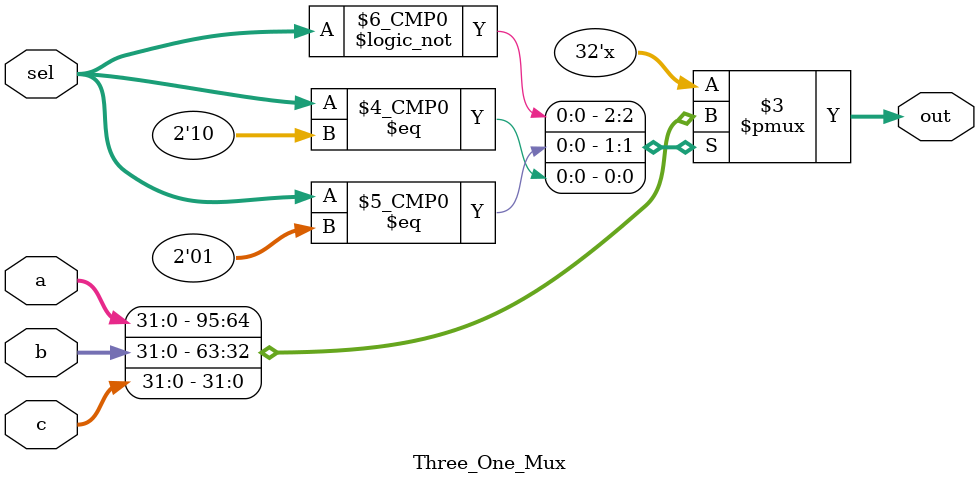
<source format=sv>
`timescale 1ns / 1ps


module Three_One_Mux(
    input [31:0] a,
    input [31:0] b,
    input [31:0] c,
    output reg [31:0] out,
    input [1:0] sel
    );
    always @(*) begin
        case(sel)
            2'b00: out = a;
            2'b01: out = b;
            2'b10: out = c;
        endcase
    end
endmodule

</source>
